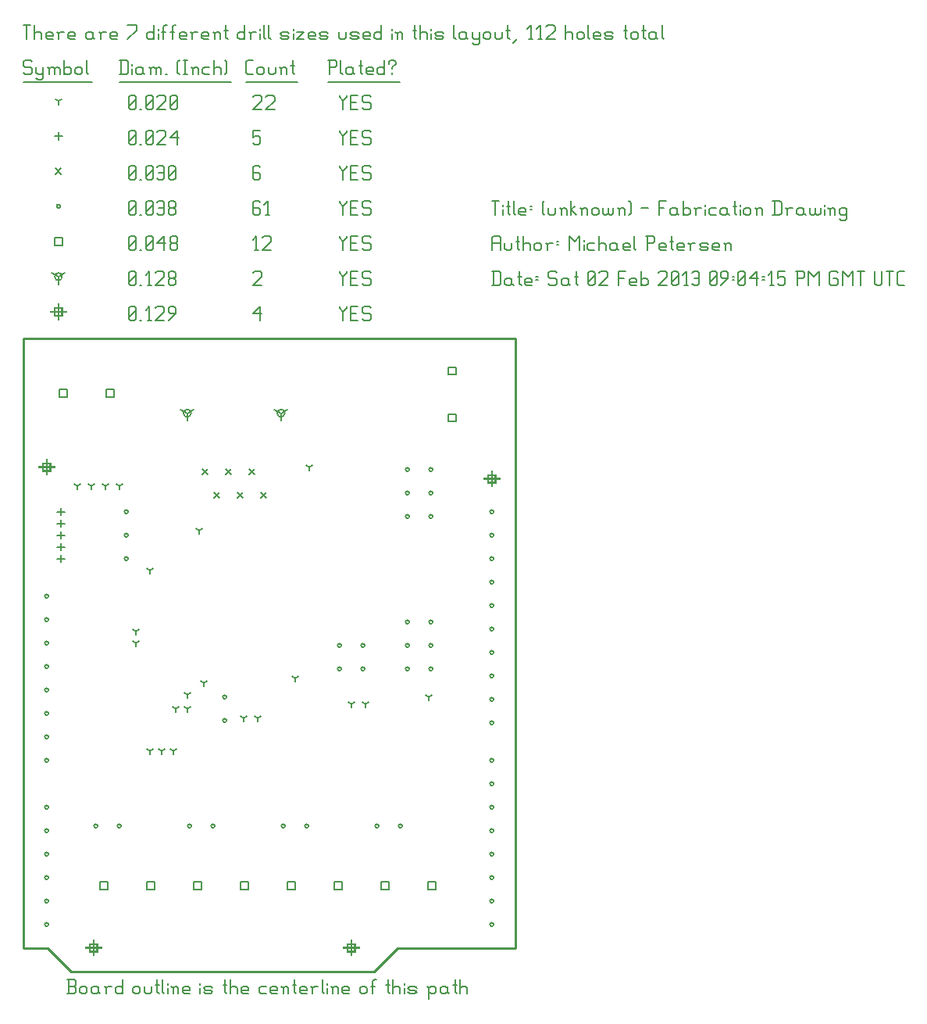
<source format=gbr>
G04 start of page 10 for group -3984 idx -3984 *
G04 Title: (unknown), fab *
G04 Creator: pcb 20110918 *
G04 CreationDate: Sat 02 Feb 2013 09:04:15 PM GMT UTC *
G04 For: petersen *
G04 Format: Gerber/RS-274X *
G04 PCB-Dimensions: 210000 270000 *
G04 PCB-Coordinate-Origin: lower left *
%MOIN*%
%FSLAX25Y25*%
%LNFAB*%
%ADD79C,0.0100*%
%ADD78C,0.0060*%
%ADD77R,0.0080X0.0080*%
G54D77*X30000Y13200D02*Y6800D01*
X26800Y10000D02*X33200D01*
X28400Y11600D02*X31600D01*
X28400D02*Y8400D01*
X31600D01*
Y11600D02*Y8400D01*
X10000Y218200D02*Y211800D01*
X6800Y215000D02*X13200D01*
X8400Y216600D02*X11600D01*
X8400D02*Y213400D01*
X11600D01*
Y216600D02*Y213400D01*
X200000Y213200D02*Y206800D01*
X196800Y210000D02*X203200D01*
X198400Y211600D02*X201600D01*
X198400D02*Y208400D01*
X201600D01*
Y211600D02*Y208400D01*
X140000Y13200D02*Y6800D01*
X136800Y10000D02*X143200D01*
X138400Y11600D02*X141600D01*
X138400D02*Y8400D01*
X141600D01*
Y11600D02*Y8400D01*
X15000Y284450D02*Y278050D01*
X11800Y281250D02*X18200D01*
X13400Y282850D02*X16600D01*
X13400D02*Y279650D01*
X16600D01*
Y282850D02*Y279650D01*
G54D78*X135000Y283500D02*Y282750D01*
X136500Y281250D01*
X138000Y282750D01*
Y283500D02*Y282750D01*
X136500Y281250D02*Y277500D01*
X139800Y280500D02*X142050D01*
X139800Y277500D02*X142800D01*
X139800Y283500D02*Y277500D01*
Y283500D02*X142800D01*
X147600D02*X148350Y282750D01*
X145350Y283500D02*X147600D01*
X144600Y282750D02*X145350Y283500D01*
X144600Y282750D02*Y281250D01*
X145350Y280500D01*
X147600D01*
X148350Y279750D01*
Y278250D01*
X147600Y277500D02*X148350Y278250D01*
X145350Y277500D02*X147600D01*
X144600Y278250D02*X145350Y277500D01*
X98000Y280500D02*X101000Y283500D01*
X98000Y280500D02*X101750D01*
X101000Y283500D02*Y277500D01*
X45000Y278250D02*X45750Y277500D01*
X45000Y282750D02*Y278250D01*
Y282750D02*X45750Y283500D01*
X47250D01*
X48000Y282750D01*
Y278250D01*
X47250Y277500D02*X48000Y278250D01*
X45750Y277500D02*X47250D01*
X45000Y279000D02*X48000Y282000D01*
X49800Y277500D02*X50550D01*
X53100D02*X54600D01*
X53850Y283500D02*Y277500D01*
X52350Y282000D02*X53850Y283500D01*
X56400Y282750D02*X57150Y283500D01*
X59400D01*
X60150Y282750D01*
Y281250D01*
X56400Y277500D02*X60150Y281250D01*
X56400Y277500D02*X60150D01*
X61950D02*X64950Y280500D01*
Y282750D02*Y280500D01*
X64200Y283500D02*X64950Y282750D01*
X62700Y283500D02*X64200D01*
X61950Y282750D02*X62700Y283500D01*
X61950Y282750D02*Y281250D01*
X62700Y280500D01*
X64950D01*
X70000Y238000D02*Y234800D01*
Y238000D02*X72773Y239600D01*
X70000Y238000D02*X67227Y239600D01*
X68400Y238000D02*G75*G03X71600Y238000I1600J0D01*G01*
G75*G03X68400Y238000I-1600J0D01*G01*
X110000D02*Y234800D01*
Y238000D02*X112773Y239600D01*
X110000Y238000D02*X107227Y239600D01*
X108400Y238000D02*G75*G03X111600Y238000I1600J0D01*G01*
G75*G03X108400Y238000I-1600J0D01*G01*
X15000Y296250D02*Y293050D01*
Y296250D02*X17773Y297850D01*
X15000Y296250D02*X12227Y297850D01*
X13400Y296250D02*G75*G03X16600Y296250I1600J0D01*G01*
G75*G03X13400Y296250I-1600J0D01*G01*
X135000Y298500D02*Y297750D01*
X136500Y296250D01*
X138000Y297750D01*
Y298500D02*Y297750D01*
X136500Y296250D02*Y292500D01*
X139800Y295500D02*X142050D01*
X139800Y292500D02*X142800D01*
X139800Y298500D02*Y292500D01*
Y298500D02*X142800D01*
X147600D02*X148350Y297750D01*
X145350Y298500D02*X147600D01*
X144600Y297750D02*X145350Y298500D01*
X144600Y297750D02*Y296250D01*
X145350Y295500D01*
X147600D01*
X148350Y294750D01*
Y293250D01*
X147600Y292500D02*X148350Y293250D01*
X145350Y292500D02*X147600D01*
X144600Y293250D02*X145350Y292500D01*
X98000Y297750D02*X98750Y298500D01*
X101000D01*
X101750Y297750D01*
Y296250D01*
X98000Y292500D02*X101750Y296250D01*
X98000Y292500D02*X101750D01*
X45000Y293250D02*X45750Y292500D01*
X45000Y297750D02*Y293250D01*
Y297750D02*X45750Y298500D01*
X47250D01*
X48000Y297750D01*
Y293250D01*
X47250Y292500D02*X48000Y293250D01*
X45750Y292500D02*X47250D01*
X45000Y294000D02*X48000Y297000D01*
X49800Y292500D02*X50550D01*
X53100D02*X54600D01*
X53850Y298500D02*Y292500D01*
X52350Y297000D02*X53850Y298500D01*
X56400Y297750D02*X57150Y298500D01*
X59400D01*
X60150Y297750D01*
Y296250D01*
X56400Y292500D02*X60150Y296250D01*
X56400Y292500D02*X60150D01*
X61950Y293250D02*X62700Y292500D01*
X61950Y294750D02*Y293250D01*
Y294750D02*X62700Y295500D01*
X64200D01*
X64950Y294750D01*
Y293250D01*
X64200Y292500D02*X64950Y293250D01*
X62700Y292500D02*X64200D01*
X61950Y296250D02*X62700Y295500D01*
X61950Y297750D02*Y296250D01*
Y297750D02*X62700Y298500D01*
X64200D01*
X64950Y297750D01*
Y296250D01*
X64200Y295500D02*X64950Y296250D01*
X35400Y248100D02*X38600D01*
X35400D02*Y244900D01*
X38600D01*
Y248100D02*Y244900D01*
X15400Y248100D02*X18600D01*
X15400D02*Y244900D01*
X18600D01*
Y248100D02*Y244900D01*
X112900Y38100D02*X116100D01*
X112900D02*Y34900D01*
X116100D01*
Y38100D02*Y34900D01*
X132900Y38100D02*X136100D01*
X132900D02*Y34900D01*
X136100D01*
Y38100D02*Y34900D01*
X152900Y38100D02*X156100D01*
X152900D02*Y34900D01*
X156100D01*
Y38100D02*Y34900D01*
X172900Y38100D02*X176100D01*
X172900D02*Y34900D01*
X176100D01*
Y38100D02*Y34900D01*
X72900Y38100D02*X76100D01*
X72900D02*Y34900D01*
X76100D01*
Y38100D02*Y34900D01*
X92900Y38100D02*X96100D01*
X92900D02*Y34900D01*
X96100D01*
Y38100D02*Y34900D01*
X32900Y38100D02*X36100D01*
X32900D02*Y34900D01*
X36100D01*
Y38100D02*Y34900D01*
X52900Y38100D02*X56100D01*
X52900D02*Y34900D01*
X56100D01*
Y38100D02*Y34900D01*
X181400Y237600D02*X184600D01*
X181400D02*Y234400D01*
X184600D01*
Y237600D02*Y234400D01*
X181400Y257600D02*X184600D01*
X181400D02*Y254400D01*
X184600D01*
Y257600D02*Y254400D01*
X13400Y312850D02*X16600D01*
X13400D02*Y309650D01*
X16600D01*
Y312850D02*Y309650D01*
X135000Y313500D02*Y312750D01*
X136500Y311250D01*
X138000Y312750D01*
Y313500D02*Y312750D01*
X136500Y311250D02*Y307500D01*
X139800Y310500D02*X142050D01*
X139800Y307500D02*X142800D01*
X139800Y313500D02*Y307500D01*
Y313500D02*X142800D01*
X147600D02*X148350Y312750D01*
X145350Y313500D02*X147600D01*
X144600Y312750D02*X145350Y313500D01*
X144600Y312750D02*Y311250D01*
X145350Y310500D01*
X147600D01*
X148350Y309750D01*
Y308250D01*
X147600Y307500D02*X148350Y308250D01*
X145350Y307500D02*X147600D01*
X144600Y308250D02*X145350Y307500D01*
X98750D02*X100250D01*
X99500Y313500D02*Y307500D01*
X98000Y312000D02*X99500Y313500D01*
X102050Y312750D02*X102800Y313500D01*
X105050D01*
X105800Y312750D01*
Y311250D01*
X102050Y307500D02*X105800Y311250D01*
X102050Y307500D02*X105800D01*
X45000Y308250D02*X45750Y307500D01*
X45000Y312750D02*Y308250D01*
Y312750D02*X45750Y313500D01*
X47250D01*
X48000Y312750D01*
Y308250D01*
X47250Y307500D02*X48000Y308250D01*
X45750Y307500D02*X47250D01*
X45000Y309000D02*X48000Y312000D01*
X49800Y307500D02*X50550D01*
X52350Y308250D02*X53100Y307500D01*
X52350Y312750D02*Y308250D01*
Y312750D02*X53100Y313500D01*
X54600D01*
X55350Y312750D01*
Y308250D01*
X54600Y307500D02*X55350Y308250D01*
X53100Y307500D02*X54600D01*
X52350Y309000D02*X55350Y312000D01*
X57150Y310500D02*X60150Y313500D01*
X57150Y310500D02*X60900D01*
X60150Y313500D02*Y307500D01*
X62700Y308250D02*X63450Y307500D01*
X62700Y309750D02*Y308250D01*
Y309750D02*X63450Y310500D01*
X64950D01*
X65700Y309750D01*
Y308250D01*
X64950Y307500D02*X65700Y308250D01*
X63450Y307500D02*X64950D01*
X62700Y311250D02*X63450Y310500D01*
X62700Y312750D02*Y311250D01*
Y312750D02*X63450Y313500D01*
X64950D01*
X65700Y312750D01*
Y311250D01*
X64950Y310500D02*X65700Y311250D01*
X199200Y20000D02*G75*G03X200800Y20000I800J0D01*G01*
G75*G03X199200Y20000I-800J0D01*G01*
Y30000D02*G75*G03X200800Y30000I800J0D01*G01*
G75*G03X199200Y30000I-800J0D01*G01*
Y40000D02*G75*G03X200800Y40000I800J0D01*G01*
G75*G03X199200Y40000I-800J0D01*G01*
Y50000D02*G75*G03X200800Y50000I800J0D01*G01*
G75*G03X199200Y50000I-800J0D01*G01*
Y60000D02*G75*G03X200800Y60000I800J0D01*G01*
G75*G03X199200Y60000I-800J0D01*G01*
Y70000D02*G75*G03X200800Y70000I800J0D01*G01*
G75*G03X199200Y70000I-800J0D01*G01*
Y80000D02*G75*G03X200800Y80000I800J0D01*G01*
G75*G03X199200Y80000I-800J0D01*G01*
Y90000D02*G75*G03X200800Y90000I800J0D01*G01*
G75*G03X199200Y90000I-800J0D01*G01*
Y106000D02*G75*G03X200800Y106000I800J0D01*G01*
G75*G03X199200Y106000I-800J0D01*G01*
Y116000D02*G75*G03X200800Y116000I800J0D01*G01*
G75*G03X199200Y116000I-800J0D01*G01*
Y126000D02*G75*G03X200800Y126000I800J0D01*G01*
G75*G03X199200Y126000I-800J0D01*G01*
Y136000D02*G75*G03X200800Y136000I800J0D01*G01*
G75*G03X199200Y136000I-800J0D01*G01*
Y146000D02*G75*G03X200800Y146000I800J0D01*G01*
G75*G03X199200Y146000I-800J0D01*G01*
Y156000D02*G75*G03X200800Y156000I800J0D01*G01*
G75*G03X199200Y156000I-800J0D01*G01*
Y166000D02*G75*G03X200800Y166000I800J0D01*G01*
G75*G03X199200Y166000I-800J0D01*G01*
Y176000D02*G75*G03X200800Y176000I800J0D01*G01*
G75*G03X199200Y176000I-800J0D01*G01*
Y186000D02*G75*G03X200800Y186000I800J0D01*G01*
G75*G03X199200Y186000I-800J0D01*G01*
Y196000D02*G75*G03X200800Y196000I800J0D01*G01*
G75*G03X199200Y196000I-800J0D01*G01*
X9200Y160000D02*G75*G03X10800Y160000I800J0D01*G01*
G75*G03X9200Y160000I-800J0D01*G01*
Y150000D02*G75*G03X10800Y150000I800J0D01*G01*
G75*G03X9200Y150000I-800J0D01*G01*
Y140000D02*G75*G03X10800Y140000I800J0D01*G01*
G75*G03X9200Y140000I-800J0D01*G01*
Y130000D02*G75*G03X10800Y130000I800J0D01*G01*
G75*G03X9200Y130000I-800J0D01*G01*
Y120000D02*G75*G03X10800Y120000I800J0D01*G01*
G75*G03X9200Y120000I-800J0D01*G01*
Y110000D02*G75*G03X10800Y110000I800J0D01*G01*
G75*G03X9200Y110000I-800J0D01*G01*
Y100000D02*G75*G03X10800Y100000I800J0D01*G01*
G75*G03X9200Y100000I-800J0D01*G01*
Y90000D02*G75*G03X10800Y90000I800J0D01*G01*
G75*G03X9200Y90000I-800J0D01*G01*
Y70000D02*G75*G03X10800Y70000I800J0D01*G01*
G75*G03X9200Y70000I-800J0D01*G01*
Y60000D02*G75*G03X10800Y60000I800J0D01*G01*
G75*G03X9200Y60000I-800J0D01*G01*
Y50000D02*G75*G03X10800Y50000I800J0D01*G01*
G75*G03X9200Y50000I-800J0D01*G01*
Y40000D02*G75*G03X10800Y40000I800J0D01*G01*
G75*G03X9200Y40000I-800J0D01*G01*
Y30000D02*G75*G03X10800Y30000I800J0D01*G01*
G75*G03X9200Y30000I-800J0D01*G01*
Y20000D02*G75*G03X10800Y20000I800J0D01*G01*
G75*G03X9200Y20000I-800J0D01*G01*
X70200Y62000D02*G75*G03X71800Y62000I800J0D01*G01*
G75*G03X70200Y62000I-800J0D01*G01*
X80200D02*G75*G03X81800Y62000I800J0D01*G01*
G75*G03X80200Y62000I-800J0D01*G01*
X110200D02*G75*G03X111800Y62000I800J0D01*G01*
G75*G03X110200Y62000I-800J0D01*G01*
X120200D02*G75*G03X121800Y62000I800J0D01*G01*
G75*G03X120200Y62000I-800J0D01*G01*
X150200D02*G75*G03X151800Y62000I800J0D01*G01*
G75*G03X150200Y62000I-800J0D01*G01*
X160200D02*G75*G03X161800Y62000I800J0D01*G01*
G75*G03X160200Y62000I-800J0D01*G01*
X30200D02*G75*G03X31800Y62000I800J0D01*G01*
G75*G03X30200Y62000I-800J0D01*G01*
X40200D02*G75*G03X41800Y62000I800J0D01*G01*
G75*G03X40200Y62000I-800J0D01*G01*
X43200Y176000D02*G75*G03X44800Y176000I800J0D01*G01*
G75*G03X43200Y176000I-800J0D01*G01*
Y186000D02*G75*G03X44800Y186000I800J0D01*G01*
G75*G03X43200Y186000I-800J0D01*G01*
Y196000D02*G75*G03X44800Y196000I800J0D01*G01*
G75*G03X43200Y196000I-800J0D01*G01*
X134200Y139000D02*G75*G03X135800Y139000I800J0D01*G01*
G75*G03X134200Y139000I-800J0D01*G01*
Y129000D02*G75*G03X135800Y129000I800J0D01*G01*
G75*G03X134200Y129000I-800J0D01*G01*
X144200Y139000D02*G75*G03X145800Y139000I800J0D01*G01*
G75*G03X144200Y139000I-800J0D01*G01*
Y129000D02*G75*G03X145800Y129000I800J0D01*G01*
G75*G03X144200Y129000I-800J0D01*G01*
X173200D02*G75*G03X174800Y129000I800J0D01*G01*
G75*G03X173200Y129000I-800J0D01*G01*
Y139000D02*G75*G03X174800Y139000I800J0D01*G01*
G75*G03X173200Y139000I-800J0D01*G01*
Y149000D02*G75*G03X174800Y149000I800J0D01*G01*
G75*G03X173200Y149000I-800J0D01*G01*
X163200Y129000D02*G75*G03X164800Y129000I800J0D01*G01*
G75*G03X163200Y129000I-800J0D01*G01*
Y139000D02*G75*G03X164800Y139000I800J0D01*G01*
G75*G03X163200Y139000I-800J0D01*G01*
Y149000D02*G75*G03X164800Y149000I800J0D01*G01*
G75*G03X163200Y149000I-800J0D01*G01*
Y214000D02*G75*G03X164800Y214000I800J0D01*G01*
G75*G03X163200Y214000I-800J0D01*G01*
Y204000D02*G75*G03X164800Y204000I800J0D01*G01*
G75*G03X163200Y204000I-800J0D01*G01*
Y194000D02*G75*G03X164800Y194000I800J0D01*G01*
G75*G03X163200Y194000I-800J0D01*G01*
X173200Y214000D02*G75*G03X174800Y214000I800J0D01*G01*
G75*G03X173200Y214000I-800J0D01*G01*
Y204000D02*G75*G03X174800Y204000I800J0D01*G01*
G75*G03X173200Y204000I-800J0D01*G01*
Y194000D02*G75*G03X174800Y194000I800J0D01*G01*
G75*G03X173200Y194000I-800J0D01*G01*
X85200Y117000D02*G75*G03X86800Y117000I800J0D01*G01*
G75*G03X85200Y117000I-800J0D01*G01*
Y107000D02*G75*G03X86800Y107000I800J0D01*G01*
G75*G03X85200Y107000I-800J0D01*G01*
X14200Y326250D02*G75*G03X15800Y326250I800J0D01*G01*
G75*G03X14200Y326250I-800J0D01*G01*
X135000Y328500D02*Y327750D01*
X136500Y326250D01*
X138000Y327750D01*
Y328500D02*Y327750D01*
X136500Y326250D02*Y322500D01*
X139800Y325500D02*X142050D01*
X139800Y322500D02*X142800D01*
X139800Y328500D02*Y322500D01*
Y328500D02*X142800D01*
X147600D02*X148350Y327750D01*
X145350Y328500D02*X147600D01*
X144600Y327750D02*X145350Y328500D01*
X144600Y327750D02*Y326250D01*
X145350Y325500D01*
X147600D01*
X148350Y324750D01*
Y323250D01*
X147600Y322500D02*X148350Y323250D01*
X145350Y322500D02*X147600D01*
X144600Y323250D02*X145350Y322500D01*
X100250Y328500D02*X101000Y327750D01*
X98750Y328500D02*X100250D01*
X98000Y327750D02*X98750Y328500D01*
X98000Y327750D02*Y323250D01*
X98750Y322500D01*
X100250Y325500D02*X101000Y324750D01*
X98000Y325500D02*X100250D01*
X98750Y322500D02*X100250D01*
X101000Y323250D01*
Y324750D02*Y323250D01*
X103550Y322500D02*X105050D01*
X104300Y328500D02*Y322500D01*
X102800Y327000D02*X104300Y328500D01*
X45000Y323250D02*X45750Y322500D01*
X45000Y327750D02*Y323250D01*
Y327750D02*X45750Y328500D01*
X47250D01*
X48000Y327750D01*
Y323250D01*
X47250Y322500D02*X48000Y323250D01*
X45750Y322500D02*X47250D01*
X45000Y324000D02*X48000Y327000D01*
X49800Y322500D02*X50550D01*
X52350Y323250D02*X53100Y322500D01*
X52350Y327750D02*Y323250D01*
Y327750D02*X53100Y328500D01*
X54600D01*
X55350Y327750D01*
Y323250D01*
X54600Y322500D02*X55350Y323250D01*
X53100Y322500D02*X54600D01*
X52350Y324000D02*X55350Y327000D01*
X57150Y327750D02*X57900Y328500D01*
X59400D01*
X60150Y327750D01*
Y323250D01*
X59400Y322500D02*X60150Y323250D01*
X57900Y322500D02*X59400D01*
X57150Y323250D02*X57900Y322500D01*
Y325500D02*X60150D01*
X61950Y323250D02*X62700Y322500D01*
X61950Y324750D02*Y323250D01*
Y324750D02*X62700Y325500D01*
X64200D01*
X64950Y324750D01*
Y323250D01*
X64200Y322500D02*X64950Y323250D01*
X62700Y322500D02*X64200D01*
X61950Y326250D02*X62700Y325500D01*
X61950Y327750D02*Y326250D01*
Y327750D02*X62700Y328500D01*
X64200D01*
X64950Y327750D01*
Y326250D01*
X64200Y325500D02*X64950Y326250D01*
X101300Y204200D02*X103700Y201800D01*
X101300D02*X103700Y204200D01*
X96300Y214200D02*X98700Y211800D01*
X96300D02*X98700Y214200D01*
X91300Y204200D02*X93700Y201800D01*
X91300D02*X93700Y204200D01*
X86300Y214200D02*X88700Y211800D01*
X86300D02*X88700Y214200D01*
X81300Y204200D02*X83700Y201800D01*
X81300D02*X83700Y204200D01*
X76300Y214200D02*X78700Y211800D01*
X76300D02*X78700Y214200D01*
X13800Y342450D02*X16200Y340050D01*
X13800D02*X16200Y342450D01*
X135000Y343500D02*Y342750D01*
X136500Y341250D01*
X138000Y342750D01*
Y343500D02*Y342750D01*
X136500Y341250D02*Y337500D01*
X139800Y340500D02*X142050D01*
X139800Y337500D02*X142800D01*
X139800Y343500D02*Y337500D01*
Y343500D02*X142800D01*
X147600D02*X148350Y342750D01*
X145350Y343500D02*X147600D01*
X144600Y342750D02*X145350Y343500D01*
X144600Y342750D02*Y341250D01*
X145350Y340500D01*
X147600D01*
X148350Y339750D01*
Y338250D01*
X147600Y337500D02*X148350Y338250D01*
X145350Y337500D02*X147600D01*
X144600Y338250D02*X145350Y337500D01*
X100250Y343500D02*X101000Y342750D01*
X98750Y343500D02*X100250D01*
X98000Y342750D02*X98750Y343500D01*
X98000Y342750D02*Y338250D01*
X98750Y337500D01*
X100250Y340500D02*X101000Y339750D01*
X98000Y340500D02*X100250D01*
X98750Y337500D02*X100250D01*
X101000Y338250D01*
Y339750D02*Y338250D01*
X45000D02*X45750Y337500D01*
X45000Y342750D02*Y338250D01*
Y342750D02*X45750Y343500D01*
X47250D01*
X48000Y342750D01*
Y338250D01*
X47250Y337500D02*X48000Y338250D01*
X45750Y337500D02*X47250D01*
X45000Y339000D02*X48000Y342000D01*
X49800Y337500D02*X50550D01*
X52350Y338250D02*X53100Y337500D01*
X52350Y342750D02*Y338250D01*
Y342750D02*X53100Y343500D01*
X54600D01*
X55350Y342750D01*
Y338250D01*
X54600Y337500D02*X55350Y338250D01*
X53100Y337500D02*X54600D01*
X52350Y339000D02*X55350Y342000D01*
X57150Y342750D02*X57900Y343500D01*
X59400D01*
X60150Y342750D01*
Y338250D01*
X59400Y337500D02*X60150Y338250D01*
X57900Y337500D02*X59400D01*
X57150Y338250D02*X57900Y337500D01*
Y340500D02*X60150D01*
X61950Y338250D02*X62700Y337500D01*
X61950Y342750D02*Y338250D01*
Y342750D02*X62700Y343500D01*
X64200D01*
X64950Y342750D01*
Y338250D01*
X64200Y337500D02*X64950Y338250D01*
X62700Y337500D02*X64200D01*
X61950Y339000D02*X64950Y342000D01*
X16000Y197600D02*Y194400D01*
X14400Y196000D02*X17600D01*
X16000Y192600D02*Y189400D01*
X14400Y191000D02*X17600D01*
X16000Y187600D02*Y184400D01*
X14400Y186000D02*X17600D01*
X16000Y182600D02*Y179400D01*
X14400Y181000D02*X17600D01*
X16000Y177600D02*Y174400D01*
X14400Y176000D02*X17600D01*
X15000Y357850D02*Y354650D01*
X13400Y356250D02*X16600D01*
X135000Y358500D02*Y357750D01*
X136500Y356250D01*
X138000Y357750D01*
Y358500D02*Y357750D01*
X136500Y356250D02*Y352500D01*
X139800Y355500D02*X142050D01*
X139800Y352500D02*X142800D01*
X139800Y358500D02*Y352500D01*
Y358500D02*X142800D01*
X147600D02*X148350Y357750D01*
X145350Y358500D02*X147600D01*
X144600Y357750D02*X145350Y358500D01*
X144600Y357750D02*Y356250D01*
X145350Y355500D01*
X147600D01*
X148350Y354750D01*
Y353250D01*
X147600Y352500D02*X148350Y353250D01*
X145350Y352500D02*X147600D01*
X144600Y353250D02*X145350Y352500D01*
X98000Y358500D02*X101000D01*
X98000D02*Y355500D01*
X98750Y356250D01*
X100250D01*
X101000Y355500D01*
Y353250D01*
X100250Y352500D02*X101000Y353250D01*
X98750Y352500D02*X100250D01*
X98000Y353250D02*X98750Y352500D01*
X45000Y353250D02*X45750Y352500D01*
X45000Y357750D02*Y353250D01*
Y357750D02*X45750Y358500D01*
X47250D01*
X48000Y357750D01*
Y353250D01*
X47250Y352500D02*X48000Y353250D01*
X45750Y352500D02*X47250D01*
X45000Y354000D02*X48000Y357000D01*
X49800Y352500D02*X50550D01*
X52350Y353250D02*X53100Y352500D01*
X52350Y357750D02*Y353250D01*
Y357750D02*X53100Y358500D01*
X54600D01*
X55350Y357750D01*
Y353250D01*
X54600Y352500D02*X55350Y353250D01*
X53100Y352500D02*X54600D01*
X52350Y354000D02*X55350Y357000D01*
X57150Y357750D02*X57900Y358500D01*
X60150D01*
X60900Y357750D01*
Y356250D01*
X57150Y352500D02*X60900Y356250D01*
X57150Y352500D02*X60900D01*
X62700Y355500D02*X65700Y358500D01*
X62700Y355500D02*X66450D01*
X65700Y358500D02*Y352500D01*
X64000Y94000D02*Y92400D01*
Y94000D02*X65387Y94800D01*
X64000Y94000D02*X62613Y94800D01*
X146000Y114000D02*Y112400D01*
Y114000D02*X147387Y114800D01*
X146000Y114000D02*X144613Y114800D01*
X59000Y94000D02*Y92400D01*
Y94000D02*X60387Y94800D01*
X59000Y94000D02*X57613Y94800D01*
X54000Y94000D02*Y92400D01*
Y94000D02*X55387Y94800D01*
X54000Y94000D02*X52613Y94800D01*
X70000Y112000D02*Y110400D01*
Y112000D02*X71387Y112800D01*
X70000Y112000D02*X68613Y112800D01*
X70000Y118000D02*Y116400D01*
Y118000D02*X71387Y118800D01*
X70000Y118000D02*X68613Y118800D01*
X140000Y114000D02*Y112400D01*
Y114000D02*X141387Y114800D01*
X140000Y114000D02*X138613Y114800D01*
X65000Y112000D02*Y110400D01*
Y112000D02*X66387Y112800D01*
X65000Y112000D02*X63613Y112800D01*
X48000Y140000D02*Y138400D01*
Y140000D02*X49387Y140800D01*
X48000Y140000D02*X46613Y140800D01*
X48000Y145000D02*Y143400D01*
Y145000D02*X49387Y145800D01*
X48000Y145000D02*X46613Y145800D01*
X54000Y171000D02*Y169400D01*
Y171000D02*X55387Y171800D01*
X54000Y171000D02*X52613Y171800D01*
X75000Y188000D02*Y186400D01*
Y188000D02*X76387Y188800D01*
X75000Y188000D02*X73613Y188800D01*
X23000Y207000D02*Y205400D01*
Y207000D02*X24387Y207800D01*
X23000Y207000D02*X21613Y207800D01*
X29000Y207000D02*Y205400D01*
Y207000D02*X30387Y207800D01*
X29000Y207000D02*X27613Y207800D01*
X35000Y207000D02*Y205400D01*
Y207000D02*X36387Y207800D01*
X35000Y207000D02*X33613Y207800D01*
X41000Y207000D02*Y205400D01*
Y207000D02*X42387Y207800D01*
X41000Y207000D02*X39613Y207800D01*
X173000Y117000D02*Y115400D01*
Y117000D02*X174387Y117800D01*
X173000Y117000D02*X171613Y117800D01*
X116000Y125000D02*Y123400D01*
Y125000D02*X117387Y125800D01*
X116000Y125000D02*X114613Y125800D01*
X94000Y108000D02*Y106400D01*
Y108000D02*X95387Y108800D01*
X94000Y108000D02*X92613Y108800D01*
X100000Y108000D02*Y106400D01*
Y108000D02*X101387Y108800D01*
X100000Y108000D02*X98613Y108800D01*
X77000Y123000D02*Y121400D01*
Y123000D02*X78387Y123800D01*
X77000Y123000D02*X75613Y123800D01*
X122000Y215000D02*Y213400D01*
Y215000D02*X123387Y215800D01*
X122000Y215000D02*X120613Y215800D01*
X15000Y371250D02*Y369650D01*
Y371250D02*X16387Y372050D01*
X15000Y371250D02*X13613Y372050D01*
X135000Y373500D02*Y372750D01*
X136500Y371250D01*
X138000Y372750D01*
Y373500D02*Y372750D01*
X136500Y371250D02*Y367500D01*
X139800Y370500D02*X142050D01*
X139800Y367500D02*X142800D01*
X139800Y373500D02*Y367500D01*
Y373500D02*X142800D01*
X147600D02*X148350Y372750D01*
X145350Y373500D02*X147600D01*
X144600Y372750D02*X145350Y373500D01*
X144600Y372750D02*Y371250D01*
X145350Y370500D01*
X147600D01*
X148350Y369750D01*
Y368250D01*
X147600Y367500D02*X148350Y368250D01*
X145350Y367500D02*X147600D01*
X144600Y368250D02*X145350Y367500D01*
X98000Y372750D02*X98750Y373500D01*
X101000D01*
X101750Y372750D01*
Y371250D01*
X98000Y367500D02*X101750Y371250D01*
X98000Y367500D02*X101750D01*
X103550Y372750D02*X104300Y373500D01*
X106550D01*
X107300Y372750D01*
Y371250D01*
X103550Y367500D02*X107300Y371250D01*
X103550Y367500D02*X107300D01*
X45000Y368250D02*X45750Y367500D01*
X45000Y372750D02*Y368250D01*
Y372750D02*X45750Y373500D01*
X47250D01*
X48000Y372750D01*
Y368250D01*
X47250Y367500D02*X48000Y368250D01*
X45750Y367500D02*X47250D01*
X45000Y369000D02*X48000Y372000D01*
X49800Y367500D02*X50550D01*
X52350Y368250D02*X53100Y367500D01*
X52350Y372750D02*Y368250D01*
Y372750D02*X53100Y373500D01*
X54600D01*
X55350Y372750D01*
Y368250D01*
X54600Y367500D02*X55350Y368250D01*
X53100Y367500D02*X54600D01*
X52350Y369000D02*X55350Y372000D01*
X57150Y372750D02*X57900Y373500D01*
X60150D01*
X60900Y372750D01*
Y371250D01*
X57150Y367500D02*X60900Y371250D01*
X57150Y367500D02*X60900D01*
X62700Y368250D02*X63450Y367500D01*
X62700Y372750D02*Y368250D01*
Y372750D02*X63450Y373500D01*
X64950D01*
X65700Y372750D01*
Y368250D01*
X64950Y367500D02*X65700Y368250D01*
X63450Y367500D02*X64950D01*
X62700Y369000D02*X65700Y372000D01*
X3000Y388500D02*X3750Y387750D01*
X750Y388500D02*X3000D01*
X0Y387750D02*X750Y388500D01*
X0Y387750D02*Y386250D01*
X750Y385500D01*
X3000D01*
X3750Y384750D01*
Y383250D01*
X3000Y382500D02*X3750Y383250D01*
X750Y382500D02*X3000D01*
X0Y383250D02*X750Y382500D01*
X5550Y385500D02*Y383250D01*
X6300Y382500D01*
X8550Y385500D02*Y381000D01*
X7800Y380250D02*X8550Y381000D01*
X6300Y380250D02*X7800D01*
X5550Y381000D02*X6300Y380250D01*
Y382500D02*X7800D01*
X8550Y383250D01*
X11100Y384750D02*Y382500D01*
Y384750D02*X11850Y385500D01*
X12600D01*
X13350Y384750D01*
Y382500D01*
Y384750D02*X14100Y385500D01*
X14850D01*
X15600Y384750D01*
Y382500D01*
X10350Y385500D02*X11100Y384750D01*
X17400Y388500D02*Y382500D01*
Y383250D02*X18150Y382500D01*
X19650D01*
X20400Y383250D01*
Y384750D02*Y383250D01*
X19650Y385500D02*X20400Y384750D01*
X18150Y385500D02*X19650D01*
X17400Y384750D02*X18150Y385500D01*
X22200Y384750D02*Y383250D01*
Y384750D02*X22950Y385500D01*
X24450D01*
X25200Y384750D01*
Y383250D01*
X24450Y382500D02*X25200Y383250D01*
X22950Y382500D02*X24450D01*
X22200Y383250D02*X22950Y382500D01*
X27000Y388500D02*Y383250D01*
X27750Y382500D01*
X0Y379250D02*X29250D01*
X41750Y388500D02*Y382500D01*
X44000Y388500D02*X44750Y387750D01*
Y383250D01*
X44000Y382500D02*X44750Y383250D01*
X41000Y382500D02*X44000D01*
X41000Y388500D02*X44000D01*
X46550Y387000D02*Y386250D01*
Y384750D02*Y382500D01*
X50300Y385500D02*X51050Y384750D01*
X48800Y385500D02*X50300D01*
X48050Y384750D02*X48800Y385500D01*
X48050Y384750D02*Y383250D01*
X48800Y382500D01*
X51050Y385500D02*Y383250D01*
X51800Y382500D01*
X48800D02*X50300D01*
X51050Y383250D01*
X54350Y384750D02*Y382500D01*
Y384750D02*X55100Y385500D01*
X55850D01*
X56600Y384750D01*
Y382500D01*
Y384750D02*X57350Y385500D01*
X58100D01*
X58850Y384750D01*
Y382500D01*
X53600Y385500D02*X54350Y384750D01*
X60650Y382500D02*X61400D01*
X65900Y383250D02*X66650Y382500D01*
X65900Y387750D02*X66650Y388500D01*
X65900Y387750D02*Y383250D01*
X68450Y388500D02*X69950D01*
X69200D02*Y382500D01*
X68450D02*X69950D01*
X72500Y384750D02*Y382500D01*
Y384750D02*X73250Y385500D01*
X74000D01*
X74750Y384750D01*
Y382500D01*
X71750Y385500D02*X72500Y384750D01*
X77300Y385500D02*X79550D01*
X76550Y384750D02*X77300Y385500D01*
X76550Y384750D02*Y383250D01*
X77300Y382500D01*
X79550D01*
X81350Y388500D02*Y382500D01*
Y384750D02*X82100Y385500D01*
X83600D01*
X84350Y384750D01*
Y382500D01*
X86150Y388500D02*X86900Y387750D01*
Y383250D01*
X86150Y382500D02*X86900Y383250D01*
X41000Y379250D02*X88700D01*
X95750Y382500D02*X98000D01*
X95000Y383250D02*X95750Y382500D01*
X95000Y387750D02*Y383250D01*
Y387750D02*X95750Y388500D01*
X98000D01*
X99800Y384750D02*Y383250D01*
Y384750D02*X100550Y385500D01*
X102050D01*
X102800Y384750D01*
Y383250D01*
X102050Y382500D02*X102800Y383250D01*
X100550Y382500D02*X102050D01*
X99800Y383250D02*X100550Y382500D01*
X104600Y385500D02*Y383250D01*
X105350Y382500D01*
X106850D01*
X107600Y383250D01*
Y385500D02*Y383250D01*
X110150Y384750D02*Y382500D01*
Y384750D02*X110900Y385500D01*
X111650D01*
X112400Y384750D01*
Y382500D01*
X109400Y385500D02*X110150Y384750D01*
X114950Y388500D02*Y383250D01*
X115700Y382500D01*
X114200Y386250D02*X115700D01*
X95000Y379250D02*X117200D01*
X130750Y388500D02*Y382500D01*
X130000Y388500D02*X133000D01*
X133750Y387750D01*
Y386250D01*
X133000Y385500D02*X133750Y386250D01*
X130750Y385500D02*X133000D01*
X135550Y388500D02*Y383250D01*
X136300Y382500D01*
X140050Y385500D02*X140800Y384750D01*
X138550Y385500D02*X140050D01*
X137800Y384750D02*X138550Y385500D01*
X137800Y384750D02*Y383250D01*
X138550Y382500D01*
X140800Y385500D02*Y383250D01*
X141550Y382500D01*
X138550D02*X140050D01*
X140800Y383250D01*
X144100Y388500D02*Y383250D01*
X144850Y382500D01*
X143350Y386250D02*X144850D01*
X147100Y382500D02*X149350D01*
X146350Y383250D02*X147100Y382500D01*
X146350Y384750D02*Y383250D01*
Y384750D02*X147100Y385500D01*
X148600D01*
X149350Y384750D01*
X146350Y384000D02*X149350D01*
Y384750D02*Y384000D01*
X154150Y388500D02*Y382500D01*
X153400D02*X154150Y383250D01*
X151900Y382500D02*X153400D01*
X151150Y383250D02*X151900Y382500D01*
X151150Y384750D02*Y383250D01*
Y384750D02*X151900Y385500D01*
X153400D01*
X154150Y384750D01*
X157450Y385500D02*Y384750D01*
Y383250D02*Y382500D01*
X155950Y387750D02*Y387000D01*
Y387750D02*X156700Y388500D01*
X158200D01*
X158950Y387750D01*
Y387000D01*
X157450Y385500D02*X158950Y387000D01*
X130000Y379250D02*X160750D01*
X0Y403500D02*X3000D01*
X1500D02*Y397500D01*
X4800Y403500D02*Y397500D01*
Y399750D02*X5550Y400500D01*
X7050D01*
X7800Y399750D01*
Y397500D01*
X10350D02*X12600D01*
X9600Y398250D02*X10350Y397500D01*
X9600Y399750D02*Y398250D01*
Y399750D02*X10350Y400500D01*
X11850D01*
X12600Y399750D01*
X9600Y399000D02*X12600D01*
Y399750D02*Y399000D01*
X15150Y399750D02*Y397500D01*
Y399750D02*X15900Y400500D01*
X17400D01*
X14400D02*X15150Y399750D01*
X19950Y397500D02*X22200D01*
X19200Y398250D02*X19950Y397500D01*
X19200Y399750D02*Y398250D01*
Y399750D02*X19950Y400500D01*
X21450D01*
X22200Y399750D01*
X19200Y399000D02*X22200D01*
Y399750D02*Y399000D01*
X28950Y400500D02*X29700Y399750D01*
X27450Y400500D02*X28950D01*
X26700Y399750D02*X27450Y400500D01*
X26700Y399750D02*Y398250D01*
X27450Y397500D01*
X29700Y400500D02*Y398250D01*
X30450Y397500D01*
X27450D02*X28950D01*
X29700Y398250D01*
X33000Y399750D02*Y397500D01*
Y399750D02*X33750Y400500D01*
X35250D01*
X32250D02*X33000Y399750D01*
X37800Y397500D02*X40050D01*
X37050Y398250D02*X37800Y397500D01*
X37050Y399750D02*Y398250D01*
Y399750D02*X37800Y400500D01*
X39300D01*
X40050Y399750D01*
X37050Y399000D02*X40050D01*
Y399750D02*Y399000D01*
X44550Y397500D02*X48300Y401250D01*
Y403500D02*Y401250D01*
X44550Y403500D02*X48300D01*
X55800D02*Y397500D01*
X55050D02*X55800Y398250D01*
X53550Y397500D02*X55050D01*
X52800Y398250D02*X53550Y397500D01*
X52800Y399750D02*Y398250D01*
Y399750D02*X53550Y400500D01*
X55050D01*
X55800Y399750D01*
X57600Y402000D02*Y401250D01*
Y399750D02*Y397500D01*
X59850Y402750D02*Y397500D01*
Y402750D02*X60600Y403500D01*
X61350D01*
X59100Y400500D02*X60600D01*
X63600Y402750D02*Y397500D01*
Y402750D02*X64350Y403500D01*
X65100D01*
X62850Y400500D02*X64350D01*
X67350Y397500D02*X69600D01*
X66600Y398250D02*X67350Y397500D01*
X66600Y399750D02*Y398250D01*
Y399750D02*X67350Y400500D01*
X68850D01*
X69600Y399750D01*
X66600Y399000D02*X69600D01*
Y399750D02*Y399000D01*
X72150Y399750D02*Y397500D01*
Y399750D02*X72900Y400500D01*
X74400D01*
X71400D02*X72150Y399750D01*
X76950Y397500D02*X79200D01*
X76200Y398250D02*X76950Y397500D01*
X76200Y399750D02*Y398250D01*
Y399750D02*X76950Y400500D01*
X78450D01*
X79200Y399750D01*
X76200Y399000D02*X79200D01*
Y399750D02*Y399000D01*
X81750Y399750D02*Y397500D01*
Y399750D02*X82500Y400500D01*
X83250D01*
X84000Y399750D01*
Y397500D01*
X81000Y400500D02*X81750Y399750D01*
X86550Y403500D02*Y398250D01*
X87300Y397500D01*
X85800Y401250D02*X87300D01*
X94500Y403500D02*Y397500D01*
X93750D02*X94500Y398250D01*
X92250Y397500D02*X93750D01*
X91500Y398250D02*X92250Y397500D01*
X91500Y399750D02*Y398250D01*
Y399750D02*X92250Y400500D01*
X93750D01*
X94500Y399750D01*
X97050D02*Y397500D01*
Y399750D02*X97800Y400500D01*
X99300D01*
X96300D02*X97050Y399750D01*
X101100Y402000D02*Y401250D01*
Y399750D02*Y397500D01*
X102600Y403500D02*Y398250D01*
X103350Y397500D01*
X104850Y403500D02*Y398250D01*
X105600Y397500D01*
X110550D02*X112800D01*
X113550Y398250D01*
X112800Y399000D02*X113550Y398250D01*
X110550Y399000D02*X112800D01*
X109800Y399750D02*X110550Y399000D01*
X109800Y399750D02*X110550Y400500D01*
X112800D01*
X113550Y399750D01*
X109800Y398250D02*X110550Y397500D01*
X115350Y402000D02*Y401250D01*
Y399750D02*Y397500D01*
X116850Y400500D02*X119850D01*
X116850Y397500D02*X119850Y400500D01*
X116850Y397500D02*X119850D01*
X122400D02*X124650D01*
X121650Y398250D02*X122400Y397500D01*
X121650Y399750D02*Y398250D01*
Y399750D02*X122400Y400500D01*
X123900D01*
X124650Y399750D01*
X121650Y399000D02*X124650D01*
Y399750D02*Y399000D01*
X127200Y397500D02*X129450D01*
X130200Y398250D01*
X129450Y399000D02*X130200Y398250D01*
X127200Y399000D02*X129450D01*
X126450Y399750D02*X127200Y399000D01*
X126450Y399750D02*X127200Y400500D01*
X129450D01*
X130200Y399750D01*
X126450Y398250D02*X127200Y397500D01*
X134700Y400500D02*Y398250D01*
X135450Y397500D01*
X136950D01*
X137700Y398250D01*
Y400500D02*Y398250D01*
X140250Y397500D02*X142500D01*
X143250Y398250D01*
X142500Y399000D02*X143250Y398250D01*
X140250Y399000D02*X142500D01*
X139500Y399750D02*X140250Y399000D01*
X139500Y399750D02*X140250Y400500D01*
X142500D01*
X143250Y399750D01*
X139500Y398250D02*X140250Y397500D01*
X145800D02*X148050D01*
X145050Y398250D02*X145800Y397500D01*
X145050Y399750D02*Y398250D01*
Y399750D02*X145800Y400500D01*
X147300D01*
X148050Y399750D01*
X145050Y399000D02*X148050D01*
Y399750D02*Y399000D01*
X152850Y403500D02*Y397500D01*
X152100D02*X152850Y398250D01*
X150600Y397500D02*X152100D01*
X149850Y398250D02*X150600Y397500D01*
X149850Y399750D02*Y398250D01*
Y399750D02*X150600Y400500D01*
X152100D01*
X152850Y399750D01*
X157350Y402000D02*Y401250D01*
Y399750D02*Y397500D01*
X159600Y399750D02*Y397500D01*
Y399750D02*X160350Y400500D01*
X161100D01*
X161850Y399750D01*
Y397500D01*
X158850Y400500D02*X159600Y399750D01*
X167100Y403500D02*Y398250D01*
X167850Y397500D01*
X166350Y401250D02*X167850D01*
X169350Y403500D02*Y397500D01*
Y399750D02*X170100Y400500D01*
X171600D01*
X172350Y399750D01*
Y397500D01*
X174150Y402000D02*Y401250D01*
Y399750D02*Y397500D01*
X176400D02*X178650D01*
X179400Y398250D01*
X178650Y399000D02*X179400Y398250D01*
X176400Y399000D02*X178650D01*
X175650Y399750D02*X176400Y399000D01*
X175650Y399750D02*X176400Y400500D01*
X178650D01*
X179400Y399750D01*
X175650Y398250D02*X176400Y397500D01*
X183900Y403500D02*Y398250D01*
X184650Y397500D01*
X188400Y400500D02*X189150Y399750D01*
X186900Y400500D02*X188400D01*
X186150Y399750D02*X186900Y400500D01*
X186150Y399750D02*Y398250D01*
X186900Y397500D01*
X189150Y400500D02*Y398250D01*
X189900Y397500D01*
X186900D02*X188400D01*
X189150Y398250D01*
X191700Y400500D02*Y398250D01*
X192450Y397500D01*
X194700Y400500D02*Y396000D01*
X193950Y395250D02*X194700Y396000D01*
X192450Y395250D02*X193950D01*
X191700Y396000D02*X192450Y395250D01*
Y397500D02*X193950D01*
X194700Y398250D01*
X196500Y399750D02*Y398250D01*
Y399750D02*X197250Y400500D01*
X198750D01*
X199500Y399750D01*
Y398250D01*
X198750Y397500D02*X199500Y398250D01*
X197250Y397500D02*X198750D01*
X196500Y398250D02*X197250Y397500D01*
X201300Y400500D02*Y398250D01*
X202050Y397500D01*
X203550D01*
X204300Y398250D01*
Y400500D02*Y398250D01*
X206850Y403500D02*Y398250D01*
X207600Y397500D01*
X206100Y401250D02*X207600D01*
X209100Y396000D02*X210600Y397500D01*
X215850D02*X217350D01*
X216600Y403500D02*Y397500D01*
X215100Y402000D02*X216600Y403500D01*
X219900Y397500D02*X221400D01*
X220650Y403500D02*Y397500D01*
X219150Y402000D02*X220650Y403500D01*
X223200Y402750D02*X223950Y403500D01*
X226200D01*
X226950Y402750D01*
Y401250D01*
X223200Y397500D02*X226950Y401250D01*
X223200Y397500D02*X226950D01*
X231450Y403500D02*Y397500D01*
Y399750D02*X232200Y400500D01*
X233700D01*
X234450Y399750D01*
Y397500D01*
X236250Y399750D02*Y398250D01*
Y399750D02*X237000Y400500D01*
X238500D01*
X239250Y399750D01*
Y398250D01*
X238500Y397500D02*X239250Y398250D01*
X237000Y397500D02*X238500D01*
X236250Y398250D02*X237000Y397500D01*
X241050Y403500D02*Y398250D01*
X241800Y397500D01*
X244050D02*X246300D01*
X243300Y398250D02*X244050Y397500D01*
X243300Y399750D02*Y398250D01*
Y399750D02*X244050Y400500D01*
X245550D01*
X246300Y399750D01*
X243300Y399000D02*X246300D01*
Y399750D02*Y399000D01*
X248850Y397500D02*X251100D01*
X251850Y398250D01*
X251100Y399000D02*X251850Y398250D01*
X248850Y399000D02*X251100D01*
X248100Y399750D02*X248850Y399000D01*
X248100Y399750D02*X248850Y400500D01*
X251100D01*
X251850Y399750D01*
X248100Y398250D02*X248850Y397500D01*
X257100Y403500D02*Y398250D01*
X257850Y397500D01*
X256350Y401250D02*X257850D01*
X259350Y399750D02*Y398250D01*
Y399750D02*X260100Y400500D01*
X261600D01*
X262350Y399750D01*
Y398250D01*
X261600Y397500D02*X262350Y398250D01*
X260100Y397500D02*X261600D01*
X259350Y398250D02*X260100Y397500D01*
X264900Y403500D02*Y398250D01*
X265650Y397500D01*
X264150Y401250D02*X265650D01*
X269400Y400500D02*X270150Y399750D01*
X267900Y400500D02*X269400D01*
X267150Y399750D02*X267900Y400500D01*
X267150Y399750D02*Y398250D01*
X267900Y397500D01*
X270150Y400500D02*Y398250D01*
X270900Y397500D01*
X267900D02*X269400D01*
X270150Y398250D01*
X272700Y403500D02*Y398250D01*
X273450Y397500D01*
G54D79*X0Y270000D02*Y10000D01*
X210000D02*Y270000D01*
X0D01*
Y10000D02*X10300D01*
X20300Y0D01*
X149700D01*
X159700Y10000D01*
X210000D01*
G54D78*X18675Y-9500D02*X21675D01*
X22425Y-8750D01*
Y-7250D02*Y-8750D01*
X21675Y-6500D02*X22425Y-7250D01*
X19425Y-6500D02*X21675D01*
X19425Y-3500D02*Y-9500D01*
X18675Y-3500D02*X21675D01*
X22425Y-4250D01*
Y-5750D01*
X21675Y-6500D02*X22425Y-5750D01*
X24225Y-7250D02*Y-8750D01*
Y-7250D02*X24975Y-6500D01*
X26475D01*
X27225Y-7250D01*
Y-8750D01*
X26475Y-9500D02*X27225Y-8750D01*
X24975Y-9500D02*X26475D01*
X24225Y-8750D02*X24975Y-9500D01*
X31275Y-6500D02*X32025Y-7250D01*
X29775Y-6500D02*X31275D01*
X29025Y-7250D02*X29775Y-6500D01*
X29025Y-7250D02*Y-8750D01*
X29775Y-9500D01*
X32025Y-6500D02*Y-8750D01*
X32775Y-9500D01*
X29775D02*X31275D01*
X32025Y-8750D01*
X35325Y-7250D02*Y-9500D01*
Y-7250D02*X36075Y-6500D01*
X37575D01*
X34575D02*X35325Y-7250D01*
X42375Y-3500D02*Y-9500D01*
X41625D02*X42375Y-8750D01*
X40125Y-9500D02*X41625D01*
X39375Y-8750D02*X40125Y-9500D01*
X39375Y-7250D02*Y-8750D01*
Y-7250D02*X40125Y-6500D01*
X41625D01*
X42375Y-7250D01*
X46875D02*Y-8750D01*
Y-7250D02*X47625Y-6500D01*
X49125D01*
X49875Y-7250D01*
Y-8750D01*
X49125Y-9500D02*X49875Y-8750D01*
X47625Y-9500D02*X49125D01*
X46875Y-8750D02*X47625Y-9500D01*
X51675Y-6500D02*Y-8750D01*
X52425Y-9500D01*
X53925D01*
X54675Y-8750D01*
Y-6500D02*Y-8750D01*
X57225Y-3500D02*Y-8750D01*
X57975Y-9500D01*
X56475Y-5750D02*X57975D01*
X59475Y-3500D02*Y-8750D01*
X60225Y-9500D01*
X61725Y-5000D02*Y-5750D01*
Y-7250D02*Y-9500D01*
X63975Y-7250D02*Y-9500D01*
Y-7250D02*X64725Y-6500D01*
X65475D01*
X66225Y-7250D01*
Y-9500D01*
X63225Y-6500D02*X63975Y-7250D01*
X68775Y-9500D02*X71025D01*
X68025Y-8750D02*X68775Y-9500D01*
X68025Y-7250D02*Y-8750D01*
Y-7250D02*X68775Y-6500D01*
X70275D01*
X71025Y-7250D01*
X68025Y-8000D02*X71025D01*
Y-7250D02*Y-8000D01*
X75525Y-5000D02*Y-5750D01*
Y-7250D02*Y-9500D01*
X77775D02*X80025D01*
X80775Y-8750D01*
X80025Y-8000D02*X80775Y-8750D01*
X77775Y-8000D02*X80025D01*
X77025Y-7250D02*X77775Y-8000D01*
X77025Y-7250D02*X77775Y-6500D01*
X80025D01*
X80775Y-7250D01*
X77025Y-8750D02*X77775Y-9500D01*
X86025Y-3500D02*Y-8750D01*
X86775Y-9500D01*
X85275Y-5750D02*X86775D01*
X88275Y-3500D02*Y-9500D01*
Y-7250D02*X89025Y-6500D01*
X90525D01*
X91275Y-7250D01*
Y-9500D01*
X93825D02*X96075D01*
X93075Y-8750D02*X93825Y-9500D01*
X93075Y-7250D02*Y-8750D01*
Y-7250D02*X93825Y-6500D01*
X95325D01*
X96075Y-7250D01*
X93075Y-8000D02*X96075D01*
Y-7250D02*Y-8000D01*
X101325Y-6500D02*X103575D01*
X100575Y-7250D02*X101325Y-6500D01*
X100575Y-7250D02*Y-8750D01*
X101325Y-9500D01*
X103575D01*
X106125D02*X108375D01*
X105375Y-8750D02*X106125Y-9500D01*
X105375Y-7250D02*Y-8750D01*
Y-7250D02*X106125Y-6500D01*
X107625D01*
X108375Y-7250D01*
X105375Y-8000D02*X108375D01*
Y-7250D02*Y-8000D01*
X110925Y-7250D02*Y-9500D01*
Y-7250D02*X111675Y-6500D01*
X112425D01*
X113175Y-7250D01*
Y-9500D01*
X110175Y-6500D02*X110925Y-7250D01*
X115725Y-3500D02*Y-8750D01*
X116475Y-9500D01*
X114975Y-5750D02*X116475D01*
X118725Y-9500D02*X120975D01*
X117975Y-8750D02*X118725Y-9500D01*
X117975Y-7250D02*Y-8750D01*
Y-7250D02*X118725Y-6500D01*
X120225D01*
X120975Y-7250D01*
X117975Y-8000D02*X120975D01*
Y-7250D02*Y-8000D01*
X123525Y-7250D02*Y-9500D01*
Y-7250D02*X124275Y-6500D01*
X125775D01*
X122775D02*X123525Y-7250D01*
X127575Y-3500D02*Y-8750D01*
X128325Y-9500D01*
X129825Y-5000D02*Y-5750D01*
Y-7250D02*Y-9500D01*
X132075Y-7250D02*Y-9500D01*
Y-7250D02*X132825Y-6500D01*
X133575D01*
X134325Y-7250D01*
Y-9500D01*
X131325Y-6500D02*X132075Y-7250D01*
X136875Y-9500D02*X139125D01*
X136125Y-8750D02*X136875Y-9500D01*
X136125Y-7250D02*Y-8750D01*
Y-7250D02*X136875Y-6500D01*
X138375D01*
X139125Y-7250D01*
X136125Y-8000D02*X139125D01*
Y-7250D02*Y-8000D01*
X143625Y-7250D02*Y-8750D01*
Y-7250D02*X144375Y-6500D01*
X145875D01*
X146625Y-7250D01*
Y-8750D01*
X145875Y-9500D02*X146625Y-8750D01*
X144375Y-9500D02*X145875D01*
X143625Y-8750D02*X144375Y-9500D01*
X149175Y-4250D02*Y-9500D01*
Y-4250D02*X149925Y-3500D01*
X150675D01*
X148425Y-6500D02*X149925D01*
X155625Y-3500D02*Y-8750D01*
X156375Y-9500D01*
X154875Y-5750D02*X156375D01*
X157875Y-3500D02*Y-9500D01*
Y-7250D02*X158625Y-6500D01*
X160125D01*
X160875Y-7250D01*
Y-9500D01*
X162675Y-5000D02*Y-5750D01*
Y-7250D02*Y-9500D01*
X164925D02*X167175D01*
X167925Y-8750D01*
X167175Y-8000D02*X167925Y-8750D01*
X164925Y-8000D02*X167175D01*
X164175Y-7250D02*X164925Y-8000D01*
X164175Y-7250D02*X164925Y-6500D01*
X167175D01*
X167925Y-7250D01*
X164175Y-8750D02*X164925Y-9500D01*
X173175Y-7250D02*Y-11750D01*
X172425Y-6500D02*X173175Y-7250D01*
X173925Y-6500D01*
X175425D01*
X176175Y-7250D01*
Y-8750D01*
X175425Y-9500D02*X176175Y-8750D01*
X173925Y-9500D02*X175425D01*
X173175Y-8750D02*X173925Y-9500D01*
X180225Y-6500D02*X180975Y-7250D01*
X178725Y-6500D02*X180225D01*
X177975Y-7250D02*X178725Y-6500D01*
X177975Y-7250D02*Y-8750D01*
X178725Y-9500D01*
X180975Y-6500D02*Y-8750D01*
X181725Y-9500D01*
X178725D02*X180225D01*
X180975Y-8750D01*
X184275Y-3500D02*Y-8750D01*
X185025Y-9500D01*
X183525Y-5750D02*X185025D01*
X186525Y-3500D02*Y-9500D01*
Y-7250D02*X187275Y-6500D01*
X188775D01*
X189525Y-7250D01*
Y-9500D01*
X200750Y298500D02*Y292500D01*
X203000Y298500D02*X203750Y297750D01*
Y293250D01*
X203000Y292500D02*X203750Y293250D01*
X200000Y292500D02*X203000D01*
X200000Y298500D02*X203000D01*
X207800Y295500D02*X208550Y294750D01*
X206300Y295500D02*X207800D01*
X205550Y294750D02*X206300Y295500D01*
X205550Y294750D02*Y293250D01*
X206300Y292500D01*
X208550Y295500D02*Y293250D01*
X209300Y292500D01*
X206300D02*X207800D01*
X208550Y293250D01*
X211850Y298500D02*Y293250D01*
X212600Y292500D01*
X211100Y296250D02*X212600D01*
X214850Y292500D02*X217100D01*
X214100Y293250D02*X214850Y292500D01*
X214100Y294750D02*Y293250D01*
Y294750D02*X214850Y295500D01*
X216350D01*
X217100Y294750D01*
X214100Y294000D02*X217100D01*
Y294750D02*Y294000D01*
X218900Y296250D02*X219650D01*
X218900Y294750D02*X219650D01*
X227150Y298500D02*X227900Y297750D01*
X224900Y298500D02*X227150D01*
X224150Y297750D02*X224900Y298500D01*
X224150Y297750D02*Y296250D01*
X224900Y295500D01*
X227150D01*
X227900Y294750D01*
Y293250D01*
X227150Y292500D02*X227900Y293250D01*
X224900Y292500D02*X227150D01*
X224150Y293250D02*X224900Y292500D01*
X231950Y295500D02*X232700Y294750D01*
X230450Y295500D02*X231950D01*
X229700Y294750D02*X230450Y295500D01*
X229700Y294750D02*Y293250D01*
X230450Y292500D01*
X232700Y295500D02*Y293250D01*
X233450Y292500D01*
X230450D02*X231950D01*
X232700Y293250D01*
X236000Y298500D02*Y293250D01*
X236750Y292500D01*
X235250Y296250D02*X236750D01*
X240950Y293250D02*X241700Y292500D01*
X240950Y297750D02*Y293250D01*
Y297750D02*X241700Y298500D01*
X243200D01*
X243950Y297750D01*
Y293250D01*
X243200Y292500D02*X243950Y293250D01*
X241700Y292500D02*X243200D01*
X240950Y294000D02*X243950Y297000D01*
X245750Y297750D02*X246500Y298500D01*
X248750D01*
X249500Y297750D01*
Y296250D01*
X245750Y292500D02*X249500Y296250D01*
X245750Y292500D02*X249500D01*
X254000Y298500D02*Y292500D01*
Y298500D02*X257000D01*
X254000Y295500D02*X256250D01*
X259550Y292500D02*X261800D01*
X258800Y293250D02*X259550Y292500D01*
X258800Y294750D02*Y293250D01*
Y294750D02*X259550Y295500D01*
X261050D01*
X261800Y294750D01*
X258800Y294000D02*X261800D01*
Y294750D02*Y294000D01*
X263600Y298500D02*Y292500D01*
Y293250D02*X264350Y292500D01*
X265850D01*
X266600Y293250D01*
Y294750D02*Y293250D01*
X265850Y295500D02*X266600Y294750D01*
X264350Y295500D02*X265850D01*
X263600Y294750D02*X264350Y295500D01*
X271100Y297750D02*X271850Y298500D01*
X274100D01*
X274850Y297750D01*
Y296250D01*
X271100Y292500D02*X274850Y296250D01*
X271100Y292500D02*X274850D01*
X276650Y293250D02*X277400Y292500D01*
X276650Y297750D02*Y293250D01*
Y297750D02*X277400Y298500D01*
X278900D01*
X279650Y297750D01*
Y293250D01*
X278900Y292500D02*X279650Y293250D01*
X277400Y292500D02*X278900D01*
X276650Y294000D02*X279650Y297000D01*
X282200Y292500D02*X283700D01*
X282950Y298500D02*Y292500D01*
X281450Y297000D02*X282950Y298500D01*
X285500Y297750D02*X286250Y298500D01*
X287750D01*
X288500Y297750D01*
Y293250D01*
X287750Y292500D02*X288500Y293250D01*
X286250Y292500D02*X287750D01*
X285500Y293250D02*X286250Y292500D01*
Y295500D02*X288500D01*
X293000Y293250D02*X293750Y292500D01*
X293000Y297750D02*Y293250D01*
Y297750D02*X293750Y298500D01*
X295250D01*
X296000Y297750D01*
Y293250D01*
X295250Y292500D02*X296000Y293250D01*
X293750Y292500D02*X295250D01*
X293000Y294000D02*X296000Y297000D01*
X297800Y292500D02*X300800Y295500D01*
Y297750D02*Y295500D01*
X300050Y298500D02*X300800Y297750D01*
X298550Y298500D02*X300050D01*
X297800Y297750D02*X298550Y298500D01*
X297800Y297750D02*Y296250D01*
X298550Y295500D01*
X300800D01*
X302600Y296250D02*X303350D01*
X302600Y294750D02*X303350D01*
X305150Y293250D02*X305900Y292500D01*
X305150Y297750D02*Y293250D01*
Y297750D02*X305900Y298500D01*
X307400D01*
X308150Y297750D01*
Y293250D01*
X307400Y292500D02*X308150Y293250D01*
X305900Y292500D02*X307400D01*
X305150Y294000D02*X308150Y297000D01*
X309950Y295500D02*X312950Y298500D01*
X309950Y295500D02*X313700D01*
X312950Y298500D02*Y292500D01*
X315500Y296250D02*X316250D01*
X315500Y294750D02*X316250D01*
X318800Y292500D02*X320300D01*
X319550Y298500D02*Y292500D01*
X318050Y297000D02*X319550Y298500D01*
X322100D02*X325100D01*
X322100D02*Y295500D01*
X322850Y296250D01*
X324350D01*
X325100Y295500D01*
Y293250D01*
X324350Y292500D02*X325100Y293250D01*
X322850Y292500D02*X324350D01*
X322100Y293250D02*X322850Y292500D01*
X330350Y298500D02*Y292500D01*
X329600Y298500D02*X332600D01*
X333350Y297750D01*
Y296250D01*
X332600Y295500D02*X333350Y296250D01*
X330350Y295500D02*X332600D01*
X335150Y298500D02*Y292500D01*
Y298500D02*X337400Y296250D01*
X339650Y298500D01*
Y292500D01*
X347150Y298500D02*X347900Y297750D01*
X344900Y298500D02*X347150D01*
X344150Y297750D02*X344900Y298500D01*
X344150Y297750D02*Y293250D01*
X344900Y292500D01*
X347150D01*
X347900Y293250D01*
Y294750D02*Y293250D01*
X347150Y295500D02*X347900Y294750D01*
X345650Y295500D02*X347150D01*
X349700Y298500D02*Y292500D01*
Y298500D02*X351950Y296250D01*
X354200Y298500D01*
Y292500D01*
X356000Y298500D02*X359000D01*
X357500D02*Y292500D01*
X363500Y298500D02*Y293250D01*
X364250Y292500D01*
X365750D01*
X366500Y293250D01*
Y298500D02*Y293250D01*
X368300Y298500D02*X371300D01*
X369800D02*Y292500D01*
X373850D02*X376100D01*
X373100Y293250D02*X373850Y292500D01*
X373100Y297750D02*Y293250D01*
Y297750D02*X373850Y298500D01*
X376100D01*
X200000Y312750D02*Y307500D01*
Y312750D02*X200750Y313500D01*
X203000D01*
X203750Y312750D01*
Y307500D01*
X200000Y310500D02*X203750D01*
X205550D02*Y308250D01*
X206300Y307500D01*
X207800D01*
X208550Y308250D01*
Y310500D02*Y308250D01*
X211100Y313500D02*Y308250D01*
X211850Y307500D01*
X210350Y311250D02*X211850D01*
X213350Y313500D02*Y307500D01*
Y309750D02*X214100Y310500D01*
X215600D01*
X216350Y309750D01*
Y307500D01*
X218150Y309750D02*Y308250D01*
Y309750D02*X218900Y310500D01*
X220400D01*
X221150Y309750D01*
Y308250D01*
X220400Y307500D02*X221150Y308250D01*
X218900Y307500D02*X220400D01*
X218150Y308250D02*X218900Y307500D01*
X223700Y309750D02*Y307500D01*
Y309750D02*X224450Y310500D01*
X225950D01*
X222950D02*X223700Y309750D01*
X227750Y311250D02*X228500D01*
X227750Y309750D02*X228500D01*
X233000Y313500D02*Y307500D01*
Y313500D02*X235250Y311250D01*
X237500Y313500D01*
Y307500D01*
X239300Y312000D02*Y311250D01*
Y309750D02*Y307500D01*
X241550Y310500D02*X243800D01*
X240800Y309750D02*X241550Y310500D01*
X240800Y309750D02*Y308250D01*
X241550Y307500D01*
X243800D01*
X245600Y313500D02*Y307500D01*
Y309750D02*X246350Y310500D01*
X247850D01*
X248600Y309750D01*
Y307500D01*
X252650Y310500D02*X253400Y309750D01*
X251150Y310500D02*X252650D01*
X250400Y309750D02*X251150Y310500D01*
X250400Y309750D02*Y308250D01*
X251150Y307500D01*
X253400Y310500D02*Y308250D01*
X254150Y307500D01*
X251150D02*X252650D01*
X253400Y308250D01*
X256700Y307500D02*X258950D01*
X255950Y308250D02*X256700Y307500D01*
X255950Y309750D02*Y308250D01*
Y309750D02*X256700Y310500D01*
X258200D01*
X258950Y309750D01*
X255950Y309000D02*X258950D01*
Y309750D02*Y309000D01*
X260750Y313500D02*Y308250D01*
X261500Y307500D01*
X266450Y313500D02*Y307500D01*
X265700Y313500D02*X268700D01*
X269450Y312750D01*
Y311250D01*
X268700Y310500D02*X269450Y311250D01*
X266450Y310500D02*X268700D01*
X272000Y307500D02*X274250D01*
X271250Y308250D02*X272000Y307500D01*
X271250Y309750D02*Y308250D01*
Y309750D02*X272000Y310500D01*
X273500D01*
X274250Y309750D01*
X271250Y309000D02*X274250D01*
Y309750D02*Y309000D01*
X276800Y313500D02*Y308250D01*
X277550Y307500D01*
X276050Y311250D02*X277550D01*
X279800Y307500D02*X282050D01*
X279050Y308250D02*X279800Y307500D01*
X279050Y309750D02*Y308250D01*
Y309750D02*X279800Y310500D01*
X281300D01*
X282050Y309750D01*
X279050Y309000D02*X282050D01*
Y309750D02*Y309000D01*
X284600Y309750D02*Y307500D01*
Y309750D02*X285350Y310500D01*
X286850D01*
X283850D02*X284600Y309750D01*
X289400Y307500D02*X291650D01*
X292400Y308250D01*
X291650Y309000D02*X292400Y308250D01*
X289400Y309000D02*X291650D01*
X288650Y309750D02*X289400Y309000D01*
X288650Y309750D02*X289400Y310500D01*
X291650D01*
X292400Y309750D01*
X288650Y308250D02*X289400Y307500D01*
X294950D02*X297200D01*
X294200Y308250D02*X294950Y307500D01*
X294200Y309750D02*Y308250D01*
Y309750D02*X294950Y310500D01*
X296450D01*
X297200Y309750D01*
X294200Y309000D02*X297200D01*
Y309750D02*Y309000D01*
X299750Y309750D02*Y307500D01*
Y309750D02*X300500Y310500D01*
X301250D01*
X302000Y309750D01*
Y307500D01*
X299000Y310500D02*X299750Y309750D01*
X200000Y328500D02*X203000D01*
X201500D02*Y322500D01*
X204800Y327000D02*Y326250D01*
Y324750D02*Y322500D01*
X207050Y328500D02*Y323250D01*
X207800Y322500D01*
X206300Y326250D02*X207800D01*
X209300Y328500D02*Y323250D01*
X210050Y322500D01*
X212300D02*X214550D01*
X211550Y323250D02*X212300Y322500D01*
X211550Y324750D02*Y323250D01*
Y324750D02*X212300Y325500D01*
X213800D01*
X214550Y324750D01*
X211550Y324000D02*X214550D01*
Y324750D02*Y324000D01*
X216350Y326250D02*X217100D01*
X216350Y324750D02*X217100D01*
X221600Y323250D02*X222350Y322500D01*
X221600Y327750D02*X222350Y328500D01*
X221600Y327750D02*Y323250D01*
X224150Y325500D02*Y323250D01*
X224900Y322500D01*
X226400D01*
X227150Y323250D01*
Y325500D02*Y323250D01*
X229700Y324750D02*Y322500D01*
Y324750D02*X230450Y325500D01*
X231200D01*
X231950Y324750D01*
Y322500D01*
X228950Y325500D02*X229700Y324750D01*
X233750Y328500D02*Y322500D01*
Y324750D02*X236000Y322500D01*
X233750Y324750D02*X235250Y326250D01*
X238550Y324750D02*Y322500D01*
Y324750D02*X239300Y325500D01*
X240050D01*
X240800Y324750D01*
Y322500D01*
X237800Y325500D02*X238550Y324750D01*
X242600D02*Y323250D01*
Y324750D02*X243350Y325500D01*
X244850D01*
X245600Y324750D01*
Y323250D01*
X244850Y322500D02*X245600Y323250D01*
X243350Y322500D02*X244850D01*
X242600Y323250D02*X243350Y322500D01*
X247400Y325500D02*Y323250D01*
X248150Y322500D01*
X248900D01*
X249650Y323250D01*
Y325500D02*Y323250D01*
X250400Y322500D01*
X251150D01*
X251900Y323250D01*
Y325500D02*Y323250D01*
X254450Y324750D02*Y322500D01*
Y324750D02*X255200Y325500D01*
X255950D01*
X256700Y324750D01*
Y322500D01*
X253700Y325500D02*X254450Y324750D01*
X258500Y328500D02*X259250Y327750D01*
Y323250D01*
X258500Y322500D02*X259250Y323250D01*
X263750Y325500D02*X266750D01*
X271250Y328500D02*Y322500D01*
Y328500D02*X274250D01*
X271250Y325500D02*X273500D01*
X278300D02*X279050Y324750D01*
X276800Y325500D02*X278300D01*
X276050Y324750D02*X276800Y325500D01*
X276050Y324750D02*Y323250D01*
X276800Y322500D01*
X279050Y325500D02*Y323250D01*
X279800Y322500D01*
X276800D02*X278300D01*
X279050Y323250D01*
X281600Y328500D02*Y322500D01*
Y323250D02*X282350Y322500D01*
X283850D01*
X284600Y323250D01*
Y324750D02*Y323250D01*
X283850Y325500D02*X284600Y324750D01*
X282350Y325500D02*X283850D01*
X281600Y324750D02*X282350Y325500D01*
X287150Y324750D02*Y322500D01*
Y324750D02*X287900Y325500D01*
X289400D01*
X286400D02*X287150Y324750D01*
X291200Y327000D02*Y326250D01*
Y324750D02*Y322500D01*
X293450Y325500D02*X295700D01*
X292700Y324750D02*X293450Y325500D01*
X292700Y324750D02*Y323250D01*
X293450Y322500D01*
X295700D01*
X299750Y325500D02*X300500Y324750D01*
X298250Y325500D02*X299750D01*
X297500Y324750D02*X298250Y325500D01*
X297500Y324750D02*Y323250D01*
X298250Y322500D01*
X300500Y325500D02*Y323250D01*
X301250Y322500D01*
X298250D02*X299750D01*
X300500Y323250D01*
X303800Y328500D02*Y323250D01*
X304550Y322500D01*
X303050Y326250D02*X304550D01*
X306050Y327000D02*Y326250D01*
Y324750D02*Y322500D01*
X307550Y324750D02*Y323250D01*
Y324750D02*X308300Y325500D01*
X309800D01*
X310550Y324750D01*
Y323250D01*
X309800Y322500D02*X310550Y323250D01*
X308300Y322500D02*X309800D01*
X307550Y323250D02*X308300Y322500D01*
X313100Y324750D02*Y322500D01*
Y324750D02*X313850Y325500D01*
X314600D01*
X315350Y324750D01*
Y322500D01*
X312350Y325500D02*X313100Y324750D01*
X320600Y328500D02*Y322500D01*
X322850Y328500D02*X323600Y327750D01*
Y323250D01*
X322850Y322500D02*X323600Y323250D01*
X319850Y322500D02*X322850D01*
X319850Y328500D02*X322850D01*
X326150Y324750D02*Y322500D01*
Y324750D02*X326900Y325500D01*
X328400D01*
X325400D02*X326150Y324750D01*
X332450Y325500D02*X333200Y324750D01*
X330950Y325500D02*X332450D01*
X330200Y324750D02*X330950Y325500D01*
X330200Y324750D02*Y323250D01*
X330950Y322500D01*
X333200Y325500D02*Y323250D01*
X333950Y322500D01*
X330950D02*X332450D01*
X333200Y323250D01*
X335750Y325500D02*Y323250D01*
X336500Y322500D01*
X337250D01*
X338000Y323250D01*
Y325500D02*Y323250D01*
X338750Y322500D01*
X339500D01*
X340250Y323250D01*
Y325500D02*Y323250D01*
X342050Y327000D02*Y326250D01*
Y324750D02*Y322500D01*
X344300Y324750D02*Y322500D01*
Y324750D02*X345050Y325500D01*
X345800D01*
X346550Y324750D01*
Y322500D01*
X343550Y325500D02*X344300Y324750D01*
X350600Y325500D02*X351350Y324750D01*
X349100Y325500D02*X350600D01*
X348350Y324750D02*X349100Y325500D01*
X348350Y324750D02*Y323250D01*
X349100Y322500D01*
X350600D01*
X351350Y323250D01*
X348350Y321000D02*X349100Y320250D01*
X350600D01*
X351350Y321000D01*
Y325500D02*Y321000D01*
M02*

</source>
